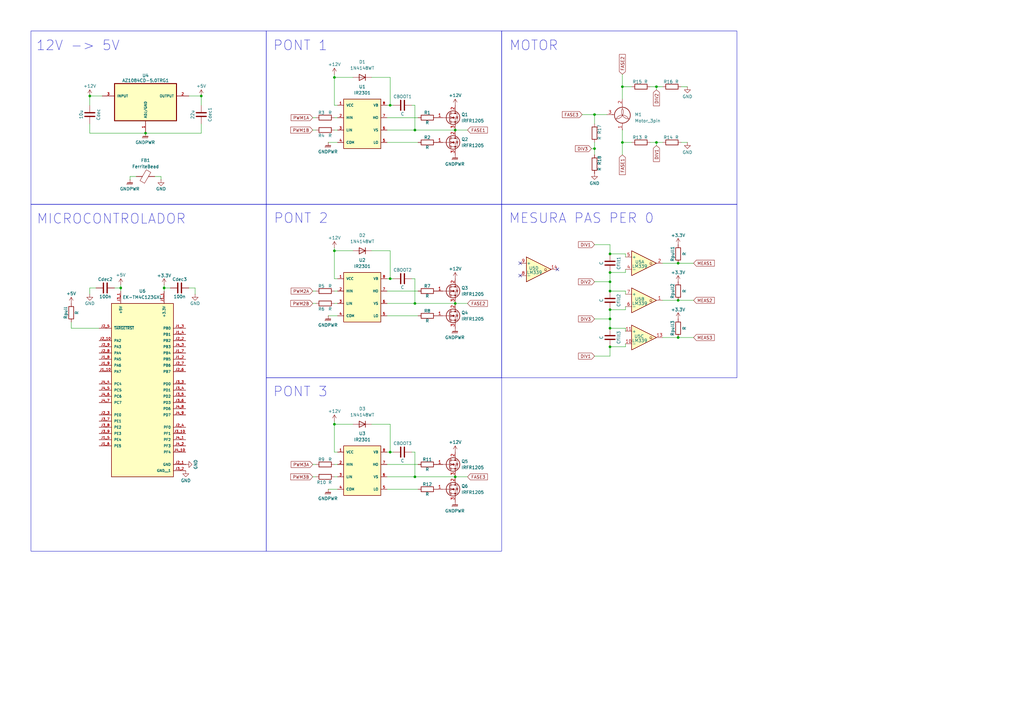
<source format=kicad_sch>
(kicad_sch (version 20250114) (generator "eeschema") (generator_version "9.0")
  (paper "A3")
  (lib_symbols
    (symbol "AZ1084CD-5.0TRG1:AZ1084CD-5.0TRG1" (pin_names (offset 1.016))
      (property "Reference" "U4" (at 0 10.16 0))
      (property "Value" "AZ1084CD-5.0TRG1" (at 0 7.62 0))
      (symbol "AZ1084CD-5.0TRG1_0_0"
        (rectangle (start -12.7 7.62) (end 12.7 -7.62) (stroke (width 0.41)) (fill (type background)))
        (pin input line (at -17.78 2.54 0) (length 5.08) (name "INPUT") (number "3"))
        (pin bidirectional line (at 0 -12.7 90) (length 5.08) (name "ADJ/GND") (number "1"))
        (pin output line (at 17.78 2.54 180) (length 5.08) (name "OUTPUT") (number "2"))
      )
    )
    (symbol "Comparator:LM339" (pin_names (offset 0.127))
      (property "Reference" "U" (at 0 5.08 0))
      (property "Value" "LM339" (at 0 -5.08 0))
      (symbol "LM339_1_1"
        (polyline (pts (xy -5.08 5.08) (xy 5.08 0) (xy -5.08 -5.08) (xy -5.08 5.08)) (stroke (width 0.254)) (fill (type background)))
        (polyline (pts (xy 3.302 -0.508) (xy 2.794 -0.508) (xy 3.302 0) (xy 2.794 0.508) (xy 2.286 0) (xy 2.794 -0.508) (xy 2.286 -0.508)) (stroke (width 0.127)))
        (pin input line (at -7.62 2.54 0) (length 2.54) (name "+") (number "5"))
        (pin input line (at -7.62 -2.54 0) (length 2.54) (name "-") (number "4"))
        (pin open_collector line (at 7.62 0 180) (length 2.54) (name "~") (number "2"))
      )
      (symbol "LM339_2_1"
        (polyline (pts (xy -5.08 5.08) (xy 5.08 0) (xy -5.08 -5.08) (xy -5.08 5.08)) (stroke (width 0.254)) (fill (type background)))
        (polyline (pts (xy 3.302 -0.508) (xy 2.794 -0.508) (xy 3.302 0) (xy 2.794 0.508) (xy 2.286 0) (xy 2.794 -0.508) (xy 2.286 -0.508)) (stroke (width 0.127)))
        (pin input line (at -7.62 2.54 0) (length 2.54) (name "+") (number "7"))
        (pin input line (at -7.62 -2.54 0) (length 2.54) (name "-") (number "6"))
        (pin open_collector line (at 7.62 0 180) (length 2.54) (name "~") (number "1"))
      )
      (symbol "LM339_3_1"
        (polyline (pts (xy -5.08 5.08) (xy 5.08 0) (xy -5.08 -5.08) (xy -5.08 5.08)) (stroke (width 0.254)) (fill (type background)))
        (polyline (pts (xy 3.302 -0.508) (xy 2.794 -0.508) (xy 3.302 0) (xy 2.794 0.508) (xy 2.286 0) (xy 2.794 -0.508) (xy 2.286 -0.508)) (stroke (width 0.127)))
        (pin input line (at -7.62 2.54 0) (length 2.54) (name "+") (number "11"))
        (pin input line (at -7.62 -2.54 0) (length 2.54) (name "-") (number "10"))
        (pin open_collector line (at 7.62 0 180) (length 2.54) (name "~") (number "13"))
      )
      (symbol "LM339_4_1"
        (polyline (pts (xy -5.08 5.08) (xy 5.08 0) (xy -5.08 -5.08) (xy -5.08 5.08)) (stroke (width 0.254)) (fill (type background)))
        (polyline (pts (xy 3.302 -0.508) (xy 2.794 -0.508) (xy 3.302 0) (xy 2.794 0.508) (xy 2.286 0) (xy 2.794 -0.508) (xy 2.286 -0.508)) (stroke (width 0.127)))
        (pin input line (at -7.62 2.54 0) (length 2.54) (name "+") (number "9"))
        (pin input line (at -7.62 -2.54 0) (length 2.54) (name "-") (number "8"))
        (pin open_collector line (at 7.62 0 180) (length 2.54) (name "~") (number "14"))
      )
      (symbol "LM339_5_1"
        (pin power_in line (at -2.54 7.62 270) (length 3.81) (name "V+") (number "3"))
        (pin power_in line (at -2.54 -7.62 90) (length 3.81) (name "V-") (number "12"))
      )
    )
    (symbol "Device:C" (pin_numbers (hide yes)) (pin_names (offset 0.254))
      (property "Reference" "C" (at 0.635 2.54 0))
      (property "Value" "C" (at 0.635 -2.54 0))
      (symbol "C_0_1"
        (polyline (pts (xy -2.032 0.762) (xy 2.032 0.762)) (stroke (width 0.508)))
        (polyline (pts (xy -2.032 -0.762) (xy 2.032 -0.762)) (stroke (width 0.508)))
      )
      (symbol "C_1_1"
        (pin passive line (at 0 3.81 270) (length 2.794) (name "~") (number "1"))
        (pin passive line (at 0 -3.81 90) (length 2.794) (name "~") (number "2"))
      )
    )
    (symbol "Device:FerriteBead" (pin_numbers (hide yes)) (pin_names (offset 0))
      (property "Reference" "FB" (at -3.81 0.635 90))
      (property "Value" "FerriteBead" (at 3.81 0 90))
      (symbol "FerriteBead_0_1"
        (polyline (pts (xy -2.7686 0.4064) (xy -1.7018 2.2606) (xy 2.7686 -0.3048) (xy 1.6764 -2.159) (xy -2.7686 0.4064)))
        (polyline (pts (xy 0 1.27) (xy 0 1.2954)))
        (polyline (pts (xy 0 -1.27) (xy 0 -1.2192)))
      )
      (symbol "FerriteBead_1_1"
        (pin passive line (at 0 3.81 270) (length 2.54) (name "~") (number "1"))
        (pin passive line (at 0 -3.81 90) (length 2.54) (name "~") (number "2"))
      )
    )
    (symbol "Device:R" (pin_numbers (hide yes)) (pin_names (offset 0))
      (property "Reference" "R" (at 2.032 0 90))
      (property "Value" "R" (at 0 0 90))
      (symbol "R_0_1"
        (rectangle (start -1.016 -2.54) (end 1.016 2.54) (stroke (width 0.254)))
      )
      (symbol "R_1_1"
        (pin passive line (at 0 3.81 270) (length 1.27) (name "~") (number "1"))
        (pin passive line (at 0 -3.81 90) (length 1.27) (name "~") (number "2"))
      )
    )
    (symbol "Diode:1N4148WT" (pin_numbers (hide yes)) (pin_names (hide yes))
      (property "Reference" "D" (at 0 2.54 0))
      (property "Value" "1N4148WT" (at 0 -2.54 0))
      (symbol "1N4148WT_0_1"
        (polyline (pts (xy -1.27 1.27) (xy -1.27 -1.27)) (stroke (width 0.254)))
        (polyline (pts (xy 1.27 1.27) (xy 1.27 -1.27) (xy -1.27 0) (xy 1.27 1.27)) (stroke (width 0.254)))
        (polyline (pts (xy 1.27 0) (xy -1.27 0)))
      )
      (symbol "1N4148WT_1_1"
        (pin passive line (at -3.81 0 0) (length 2.54) (name "K") (number "1"))
        (pin passive line (at 3.81 0 180) (length 2.54) (name "A") (number "2"))
      )
    )
    (symbol "EK-TM4C123GXL:EK-TM4C123GXL" (pin_names (offset 1.016))
      (property "Reference" "U6" (at 0 38.1 0))
      (property "Value" "EK-TM4C123GXL" (at 0 35.56 0))
      (symbol "EK-TM4C123GXL_0_0"
        (rectangle (start -12.7 -38.1) (end 12.7 33.02) (stroke (width 0.254)) (fill (type background)))
        (pin input line (at -17.78 22.86 0) (length 5.08) (name "~{TARGETRST}") (number "J2_5"))
        (pin bidirectional line (at -17.78 17.78 0) (length 5.08) (name "PA2") (number "J2_10"))
        (pin bidirectional line (at -17.78 15.24 0) (length 5.08) (name "PA3") (number "J2_9"))
        (pin bidirectional line (at -17.78 12.7 0) (length 5.08) (name "PA4") (number "J2_8"))
        (pin bidirectional line (at -17.78 10.16 0) (length 5.08) (name "PA5") (number "J1_8"))
        (pin bidirectional line (at -17.78 7.62 0) (length 5.08) (name "PA6") (number "J1_9"))
        (pin bidirectional line (at -17.78 5.08 0) (length 5.08) (name "PA7") (number "J1_10"))
        (pin bidirectional line (at -17.78 0 0) (length 5.08) (name "PC4") (number "J4_4"))
        (pin bidirectional line (at -17.78 -2.54 0) (length 5.08) (name "PC5") (number "J4_5"))
        (pin bidirectional line (at -17.78 -5.08 0) (length 5.08) (name "PC6") (number "J4_6"))
        (pin bidirectional line (at -17.78 -7.62 0) (length 5.08) (name "PC7") (number "J4_7"))
        (pin bidirectional line (at -17.78 -12.7 0) (length 5.08) (name "PE0") (number "J2_3"))
        (pin bidirectional line (at -17.78 -15.24 0) (length 5.08) (name "PE1") (number "J3_7"))
        (pin bidirectional line (at -17.78 -17.78 0) (length 5.08) (name "PE2") (number "J3_8"))
        (pin bidirectional line (at -17.78 -20.32 0) (length 5.08) (name "PE3") (number "J3_9"))
        (pin bidirectional line (at -17.78 -22.86 0) (length 5.08) (name "PE4") (number "J1_5"))
        (pin bidirectional line (at -17.78 -25.4 0) (length 5.08) (name "PE5") (number "J1_6"))
        (pin power_in line (at 8.89 38.1 270) (length 5.08) (name "+3.3V") (number "J1_1"))
        (pin bidirectional line (at 17.78 22.86 180) (length 5.08) (name "PB0") (number "J1_3"))
        (pin bidirectional line (at 17.78 20.32 180) (length 5.08) (name "PB1") (number "J1_4"))
        (pin bidirectional line (at 17.78 17.78 180) (length 5.08) (name "PB2") (number "J2_2"))
        (pin bidirectional line (at 17.78 15.24 180) (length 5.08) (name "PB3") (number "J4_3"))
        (pin bidirectional line (at 17.78 12.7 180) (length 5.08) (name "PB4") (number "J1_7"))
        (pin bidirectional line (at 17.78 10.16 180) (length 5.08) (name "PB5") (number "J1_2"))
        (pin bidirectional line (at 17.78 7.62 180) (length 5.08) (name "PB6") (number "J2_7"))
        (pin bidirectional line (at 17.78 5.08 180) (length 5.08) (name "PB7") (number "J2_6"))
        (pin bidirectional line (at 17.78 0 180) (length 5.08) (name "PD0") (number "J3_3"))
        (pin bidirectional line (at 17.78 -2.54 180) (length 5.08) (name "PD1") (number "J3_4"))
        (pin bidirectional line (at 17.78 -5.08 180) (length 5.08) (name "PD2") (number "J3_5"))
        (pin bidirectional line (at 17.78 -7.62 180) (length 5.08) (name "PD3") (number "J3_6"))
        (pin bidirectional line (at 17.78 -10.16 180) (length 5.08) (name "PD6") (number "J4_8"))
        (pin bidirectional line (at 17.78 -12.7 180) (length 5.08) (name "PD7") (number "J4_9"))
        (pin bidirectional line (at 17.78 -17.78 180) (length 5.08) (name "PF0") (number "J2_4"))
        (pin bidirectional line (at 17.78 -20.32 180) (length 5.08) (name "PF1") (number "J3_10"))
        (pin bidirectional line (at 17.78 -22.86 180) (length 5.08) (name "PF2") (number "J4_1"))
        (pin bidirectional line (at 17.78 -25.4 180) (length 5.08) (name "PF3") (number "J4_2"))
        (pin bidirectional line (at 17.78 -27.94 180) (length 5.08) (name "PF4") (number "J4_10"))
        (pin power_in line (at 17.78 -33.02 180) (length 5.08) (name "GND") (number "J2_1"))
        (pin power_in line (at 17.78 -35.56 180) (length 5.08) (name "GND__1") (number "J3_2"))
      )
      (symbol "EK-TM4C123GXL_1_0"
        (pin power_in line (at -8.89 38.1 270) (length 5.08) (name "+5V") (number "J3_1"))
      )
    )
    (symbol "IR2301:IR2301" (pin_names (offset 1.016))
      (property "Reference" "U" (at -5.08 15.24 0))
      (property "Value" "IR2301" (at -5.08 12.7 0))
      (symbol "IR2301_0_0"
        (rectangle (start -7.62 -10.16) (end 7.62 10.16) (stroke (width 0.254)) (fill (type background)))
        (pin power_in line (at -10.16 7.62 0) (length 2.54) (name "VCC") (number "1"))
        (pin input line (at -10.16 2.54 0) (length 2.54) (name "HIN") (number "2"))
        (pin input line (at -10.16 -2.54 0) (length 2.54) (name "LIN") (number "3"))
        (pin power_in line (at -10.16 -7.62 0) (length 2.54) (name "COM") (number "4"))
        (pin passive line (at 10.16 7.62 180) (length 2.54) (name "VB") (number "8"))
        (pin output line (at 10.16 2.54 180) (length 2.54) (name "HO") (number "7"))
        (pin passive line (at 10.16 -2.54 180) (length 2.54) (name "VS") (number "6"))
        (pin output line (at 10.16 -7.62 180) (length 2.54) (name "LO") (number "5"))
      )
    )
    (symbol "Motor:Fan_3pin" (pin_names (offset 0))
      (property "Reference" "M1" (at 5.08 -1.2699 0))
      (property "Value" "Fan_3pin" (at 5.08 -3.8099 0))
      (symbol "Fan_3pin_0_1"
        (polyline (pts (xy -3.302 -1.27) (xy -4.318 -1.27)))
        (arc (start 0 1.27) (mid -0.0015 -1.6352) (end -2.54 -3.048))
        (polyline (pts (xy 0 2.032) (xy 0 2.54)))
        (polyline (pts (xy 0 1.7272) (xy 0 2.0828)))
        (circle (center 0 -1.524) (radius 3.2512) (stroke (width 0.254)))
        (arc (start -2.54 -3.048) (mid 0 -1.4782) (end 2.54 -3.048))
        (polyline (pts (xy 0 -4.7752) (xy 0 -5.1816)))
        (polyline (pts (xy 0 -7.62) (xy 0 -7.112)))
        (arc (start 2.54 -3.048) (mid 0.047 -1.6085) (end 0 1.27))
      )
      (symbol "Fan_3pin_1_1"
        (pin passive line (at -6.35 -1.27 0) (length 2.54) (name "") (number "3"))
        (pin passive line (at 0 5.08 270) (length 2.54) (name "") (number "2"))
        (pin passive line (at 0 -7.62 90) (length 2.54) (name "") (number "1"))
      )
    )
    (symbol "Transistor_FET:STD7NK40Z" (pin_names (hide yes))
      (property "Reference" "Q" (at 5.08 1.905 0))
      (property "Value" "STD7NK40Z" (at 5.08 0 0))
      (symbol "STD7NK40Z_0_1"
        (polyline (pts (xy 0.254 1.905) (xy 0.254 -1.905)) (stroke (width 0.254)))
        (polyline (pts (xy 0.254 0) (xy -2.54 0)))
        (polyline (pts (xy 0.762 2.286) (xy 0.762 1.27)) (stroke (width 0.254)))
        (polyline (pts (xy 0.762 0.508) (xy 0.762 -0.508)) (stroke (width 0.254)))
        (polyline (pts (xy 0.762 -1.27) (xy 0.762 -2.286)) (stroke (width 0.254)))
        (polyline (pts (xy 0.762 -1.778) (xy 3.302 -1.778) (xy 3.302 1.778) (xy 0.762 1.778)))
        (polyline (pts (xy 1.016 0) (xy 2.032 0.381) (xy 2.032 -0.381) (xy 1.016 0)) (fill (type outline)))
        (circle (center 1.651 0) (radius 2.794) (stroke (width 0.254)))
        (polyline (pts (xy 2.54 2.54) (xy 2.54 1.778)))
        (circle (center 2.54 1.778) (radius 0.254) (fill (type outline)))
        (circle (center 2.54 -1.778) (radius 0.254) (fill (type outline)))
        (polyline (pts (xy 2.54 -2.54) (xy 2.54 0) (xy 0.762 0)))
        (polyline (pts (xy 2.794 0.508) (xy 2.921 0.381) (xy 3.683 0.381) (xy 3.81 0.254)))
        (polyline (pts (xy 3.302 0.381) (xy 2.921 -0.254) (xy 3.683 -0.254) (xy 3.302 0.381)))
      )
      (symbol "STD7NK40Z_1_1"
        (pin passive line (at -5.08 0 0) (length 2.54) (name "G") (number "1"))
        (pin passive line (at 2.54 5.08 270) (length 2.54) (name "D") (number "2"))
        (pin passive line (at 2.54 -5.08 90) (length 2.54) (name "S") (number "3"))
      )
    )
    (symbol "power:+12V" (power) (pin_numbers (hide yes)) (pin_names (offset 0) (hide yes))
      (property "Value" "+12V" (at 0 3.556 0))
      (symbol "+12V_0_1"
        (polyline (pts (xy -0.762 1.27) (xy 0 2.54)))
        (polyline (pts (xy 0 2.54) (xy 0.762 1.27)))
        (polyline (pts (xy 0 0) (xy 0 2.54)))
      )
      (symbol "+12V_1_1"
        (pin power_in line (at 0 0 90) (length 0) (name "~") (number "1"))
      )
    )
    (symbol "power:+3.3V" (power) (pin_numbers (hide yes)) (pin_names (offset 0) (hide yes))
      (property "Value" "+3.3V" (at 0 3.556 0))
      (symbol "+3.3V_0_1"
        (polyline (pts (xy -0.762 1.27) (xy 0 2.54)))
        (polyline (pts (xy 0 2.54) (xy 0.762 1.27)))
        (polyline (pts (xy 0 0) (xy 0 2.54)))
      )
      (symbol "+3.3V_1_1"
        (pin power_in line (at 0 0 90) (length 0) (name "~") (number "1"))
      )
    )
    (symbol "power:+5V" (power) (pin_numbers (hide yes)) (pin_names (offset 0) (hide yes))
      (property "Value" "+5V" (at 0 3.556 0))
      (symbol "+5V_0_1"
        (polyline (pts (xy -0.762 1.27) (xy 0 2.54)))
        (polyline (pts (xy 0 2.54) (xy 0.762 1.27)))
        (polyline (pts (xy 0 0) (xy 0 2.54)))
      )
      (symbol "+5V_1_1"
        (pin power_in line (at 0 0 90) (length 0) (name "~") (number "1"))
      )
    )
    (symbol "power:GND" (power) (pin_numbers (hide yes)) (pin_names (offset 0) (hide yes))
      (property "Value" "GND" (at 0 -3.81 0))
      (symbol "GND_0_1"
        (polyline (pts (xy 0 0) (xy 0 -1.27) (xy 1.27 -1.27) (xy 0 -2.54) (xy -1.27 -1.27) (xy 0 -1.27)))
      )
      (symbol "GND_1_1"
        (pin power_in line (at 0 0 270) (length 0) (name "~") (number "1"))
      )
    )
    (symbol "power:GNDPWR" (power) (pin_numbers (hide yes)) (pin_names (offset 0) (hide yes))
      (property "Value" "GNDPWR" (at 0 -3.302 0))
      (symbol "GNDPWR_0_1"
        (polyline (pts (xy -1.016 -1.27) (xy -1.27 -2.032) (xy -1.27 -2.032)) (stroke (width 0.2032)))
        (polyline (pts (xy -0.508 -1.27) (xy -0.762 -2.032) (xy -0.762 -2.032)) (stroke (width 0.2032)))
        (polyline (pts (xy 0 -1.27) (xy 0 0)))
        (polyline (pts (xy 0 -1.27) (xy -0.254 -2.032) (xy -0.254 -2.032)) (stroke (width 0.2032)))
        (polyline (pts (xy 0.508 -1.27) (xy 0.254 -2.032) (xy 0.254 -2.032)) (stroke (width 0.2032)))
        (polyline (pts (xy 1.016 -1.27) (xy -1.016 -1.27) (xy -1.016 -1.27)) (stroke (width 0.2032)))
        (polyline (pts (xy 1.016 -1.27) (xy 0.762 -2.032) (xy 0.762 -2.032) (xy 0.762 -2.032)) (stroke (width 0.2032)))
      )
      (symbol "GNDPWR_1_1"
        (pin power_in line (at 0 0 270) (length 0) (name "~") (number "1"))
      )
    )
  )
  (rectangle (start 205.74 83.82) (end 302.26 154.94))
  (rectangle (start 109.22 83.82) (end 205.74 154.94))
  (rectangle (start 12.7 12.7) (end 109.22 83.82))
  (rectangle (start 109.22 12.7) (end 205.74 83.82))
  (rectangle (start 109.22 154.94) (end 205.74 226.06))
  (rectangle (start 12.7 83.82) (end 109.22 226.06))
  (rectangle (start 205.74 12.7) (end 302.26 83.82))
  (text "PONT 1" (at 123.19 18.796 0) (effects (font (size 4 4))))
  (text "12V -> 5V" (at 32.004 18.796 0) (effects (font (size 4 4))))
  (text "MOTOR" (at 218.948 18.796 0) (effects (font (size 4 4))))
  (text "PONT 3" (at 123.19 160.782 0) (effects (font (size 4 4))))
  (text "MESURA PAS PER 0" (at 238.506 89.662 0) (effects (font (size 4 4))))
  (text "PONT 2" (at 123.444 89.662 0) (effects (font (size 4 4))))
  (text "MICROCONTROLADOR" (at 14.986 89.916 0) (effects (font (size 4 4)) (justify left)))
  (junction (at 255.27 58.42))
  (junction (at 250.19 142.24))
  (junction (at 250.19 111.76))
  (junction (at 186.69 53.34))
  (junction (at 67.31 118.11))
  (junction (at 243.84 46.99))
  (junction (at 59.69 54.61))
  (junction (at 170.18 53.34))
  (junction (at 137.16 173.99))
  (junction (at 255.27 35.56))
  (junction (at 269.24 58.42))
  (junction (at 278.13 138.43))
  (junction (at 250.19 104.14))
  (junction (at 82.55 39.37))
  (junction (at 243.84 60.96))
  (junction (at 170.18 195.58))
  (junction (at 160.02 114.3))
  (junction (at 170.18 124.46))
  (junction (at 250.19 127))
  (junction (at 186.69 124.46))
  (junction (at 278.13 123.19))
  (junction (at 160.02 43.18))
  (junction (at 36.83 39.37))
  (junction (at 137.16 31.75))
  (junction (at 250.19 119.38))
  (junction (at 269.24 35.56))
  (junction (at 250.19 115.57))
  (junction (at 137.16 102.87))
  (junction (at 278.13 107.95))
  (junction (at 250.19 134.62))
  (junction (at 186.69 195.58))
  (junction (at 49.53 118.11))
  (junction (at 250.19 130.81))
  (junction (at 160.02 185.42))
  (no_connect (at 213.36 113.03))
  (no_connect (at 213.36 107.95))
  (no_connect (at 228.6 110.49))
  (wire (pts (xy 255.27 35.56) (xy 255.27 40.64)))
  (wire (pts (xy 40.64 134.62) (xy 29.21 134.62)))
  (wire (pts (xy 39.37 118.11) (xy 36.83 118.11)))
  (wire (pts (xy 269.24 35.56) (xy 271.78 35.56)))
  (wire (pts (xy 137.16 124.46) (xy 138.43 124.46)))
  (wire (pts (xy 255.27 58.42) (xy 255.27 63.5)))
  (wire (pts (xy 160.02 102.87) (xy 160.02 114.3)))
  (wire (pts (xy 137.16 43.18) (xy 138.43 43.18)))
  (wire (pts (xy 160.02 114.3) (xy 158.75 114.3)))
  (wire (pts (xy 158.75 58.42) (xy 171.45 58.42)))
  (wire (pts (xy 160.02 185.42) (xy 158.75 185.42)))
  (wire (pts (xy 278.13 138.43) (xy 284.48 138.43)))
  (wire (pts (xy 170.18 43.18) (xy 168.91 43.18)))
  (wire (pts (xy 250.19 127) (xy 250.19 130.81)))
  (wire (pts (xy 256.54 119.38) (xy 256.54 120.65)))
  (wire (pts (xy 250.19 111.76) (xy 250.19 115.57)))
  (wire (pts (xy 137.16 172.72) (xy 137.16 173.99)))
  (wire (pts (xy 269.24 58.42) (xy 271.78 58.42)))
  (wire (pts (xy 278.13 123.19) (xy 284.48 123.19)))
  (wire (pts (xy 161.29 114.3) (xy 160.02 114.3)))
  (wire (pts (xy 250.19 119.38) (xy 256.54 119.38)))
  (wire (pts (xy 137.16 195.58) (xy 138.43 195.58)))
  (wire (pts (xy 170.18 53.34) (xy 186.69 53.34)))
  (wire (pts (xy 80.01 118.11) (xy 77.47 118.11)))
  (wire (pts (xy 152.4 102.87) (xy 160.02 102.87)))
  (wire (pts (xy 128.27 119.38) (xy 129.54 119.38)))
  (wire (pts (xy 137.16 31.75) (xy 144.78 31.75)))
  (wire (pts (xy 36.83 50.8) (xy 36.83 54.61)))
  (wire (pts (xy 243.84 58.42) (xy 243.84 60.96)))
  (wire (pts (xy 255.27 35.56) (xy 259.08 35.56)))
  (wire (pts (xy 137.16 114.3) (xy 138.43 114.3)))
  (wire (pts (xy 134.62 58.42) (xy 138.43 58.42)))
  (wire (pts (xy 256.54 134.62) (xy 256.54 135.89)))
  (wire (pts (xy 170.18 185.42) (xy 170.18 195.58)))
  (wire (pts (xy 250.19 115.57) (xy 250.19 119.38)))
  (wire (pts (xy 256.54 111.76) (xy 256.54 110.49)))
  (wire (pts (xy 158.75 48.26) (xy 171.45 48.26)))
  (wire (pts (xy 67.31 116.84) (xy 67.31 118.11)))
  (wire (pts (xy 158.75 190.5) (xy 171.45 190.5)))
  (wire (pts (xy 250.19 104.14) (xy 256.54 104.14)))
  (wire (pts (xy 242.57 60.96) (xy 243.84 60.96)))
  (wire (pts (xy 161.29 43.18) (xy 160.02 43.18)))
  (wire (pts (xy 170.18 124.46) (xy 186.69 124.46)))
  (wire (pts (xy 134.62 200.66) (xy 138.43 200.66)))
  (wire (pts (xy 152.4 31.75) (xy 160.02 31.75)))
  (wire (pts (xy 243.84 115.57) (xy 250.19 115.57)))
  (wire (pts (xy 137.16 173.99) (xy 137.16 185.42)))
  (wire (pts (xy 269.24 58.42) (xy 269.24 59.69)))
  (wire (pts (xy 137.16 190.5) (xy 138.43 190.5)))
  (wire (pts (xy 152.4 173.99) (xy 160.02 173.99)))
  (wire (pts (xy 271.78 138.43) (xy 278.13 138.43)))
  (wire (pts (xy 255.27 58.42) (xy 259.08 58.42)))
  (wire (pts (xy 80.01 120.65) (xy 80.01 118.11)))
  (wire (pts (xy 67.31 118.11) (xy 67.31 119.38)))
  (wire (pts (xy 137.16 53.34) (xy 138.43 53.34)))
  (wire (pts (xy 243.84 130.81) (xy 250.19 130.81)))
  (wire (pts (xy 271.78 123.19) (xy 278.13 123.19)))
  (wire (pts (xy 250.19 146.05) (xy 250.19 142.24)))
  (wire (pts (xy 128.27 48.26) (xy 129.54 48.26)))
  (wire (pts (xy 53.34 72.39) (xy 53.34 73.66)))
  (wire (pts (xy 161.29 185.42) (xy 160.02 185.42)))
  (wire (pts (xy 243.84 100.33) (xy 250.19 100.33)))
  (wire (pts (xy 128.27 124.46) (xy 129.54 124.46)))
  (wire (pts (xy 77.47 39.37) (xy 82.55 39.37)))
  (wire (pts (xy 243.84 146.05) (xy 250.19 146.05)))
  (wire (pts (xy 281.94 58.42) (xy 279.4 58.42)))
  (wire (pts (xy 49.53 116.84) (xy 49.53 118.11)))
  (wire (pts (xy 137.16 119.38) (xy 138.43 119.38)))
  (wire (pts (xy 128.27 53.34) (xy 129.54 53.34)))
  (wire (pts (xy 82.55 54.61) (xy 59.69 54.61)))
  (wire (pts (xy 137.16 102.87) (xy 137.16 114.3)))
  (wire (pts (xy 279.4 35.56) (xy 281.94 35.56)))
  (wire (pts (xy 128.27 195.58) (xy 129.54 195.58)))
  (wire (pts (xy 158.75 129.54) (xy 171.45 129.54)))
  (wire (pts (xy 36.83 54.61) (xy 59.69 54.61)))
  (wire (pts (xy 269.24 36.83) (xy 269.24 35.56)))
  (wire (pts (xy 255.27 30.48) (xy 255.27 35.56)))
  (wire (pts (xy 278.13 107.95) (xy 284.48 107.95)))
  (wire (pts (xy 69.85 118.11) (xy 67.31 118.11)))
  (wire (pts (xy 170.18 43.18) (xy 170.18 53.34)))
  (wire (pts (xy 160.02 31.75) (xy 160.02 43.18)))
  (wire (pts (xy 160.02 43.18) (xy 158.75 43.18)))
  (wire (pts (xy 128.27 190.5) (xy 129.54 190.5)))
  (wire (pts (xy 170.18 195.58) (xy 186.69 195.58)))
  (wire (pts (xy 256.54 142.24) (xy 256.54 140.97)))
  (wire (pts (xy 243.84 46.99) (xy 243.84 50.8)))
  (wire (pts (xy 134.62 129.54) (xy 138.43 129.54)))
  (wire (pts (xy 66.04 72.39) (xy 63.5 72.39)))
  (wire (pts (xy 255.27 53.34) (xy 255.27 58.42)))
  (wire (pts (xy 266.7 35.56) (xy 269.24 35.56)))
  (wire (pts (xy 137.16 31.75) (xy 137.16 43.18)))
  (wire (pts (xy 55.88 72.39) (xy 53.34 72.39)))
  (wire (pts (xy 250.19 134.62) (xy 256.54 134.62)))
  (wire (pts (xy 243.84 46.99) (xy 248.92 46.99)))
  (wire (pts (xy 186.69 195.58) (xy 191.77 195.58)))
  (wire (pts (xy 250.19 100.33) (xy 250.19 104.14)))
  (wire (pts (xy 250.19 130.81) (xy 250.19 134.62)))
  (wire (pts (xy 137.16 30.48) (xy 137.16 31.75)))
  (wire (pts (xy 266.7 58.42) (xy 269.24 58.42)))
  (wire (pts (xy 137.16 48.26) (xy 138.43 48.26)))
  (wire (pts (xy 170.18 114.3) (xy 168.91 114.3)))
  (wire (pts (xy 41.91 39.37) (xy 36.83 39.37)))
  (wire (pts (xy 137.16 102.87) (xy 144.78 102.87)))
  (wire (pts (xy 158.75 200.66) (xy 171.45 200.66)))
  (wire (pts (xy 158.75 119.38) (xy 171.45 119.38)))
  (wire (pts (xy 186.69 53.34) (xy 191.77 53.34)))
  (wire (pts (xy 238.76 46.99) (xy 243.84 46.99)))
  (wire (pts (xy 250.19 127) (xy 256.54 127)))
  (wire (pts (xy 256.54 104.14) (xy 256.54 105.41)))
  (wire (pts (xy 137.16 185.42) (xy 138.43 185.42)))
  (wire (pts (xy 82.55 50.8) (xy 82.55 54.61)))
  (wire (pts (xy 46.99 118.11) (xy 49.53 118.11)))
  (wire (pts (xy 186.69 124.46) (xy 191.77 124.46)))
  (wire (pts (xy 256.54 127) (xy 256.54 125.73)))
  (wire (pts (xy 137.16 101.6) (xy 137.16 102.87)))
  (wire (pts (xy 271.78 107.95) (xy 278.13 107.95)))
  (wire (pts (xy 160.02 173.99) (xy 160.02 185.42)))
  (wire (pts (xy 66.04 73.66) (xy 66.04 72.39)))
  (wire (pts (xy 170.18 185.42) (xy 168.91 185.42)))
  (wire (pts (xy 36.83 118.11) (xy 36.83 120.65)))
  (wire (pts (xy 170.18 114.3) (xy 170.18 124.46)))
  (wire (pts (xy 29.21 134.62) (xy 29.21 132.08)))
  (wire (pts (xy 158.75 124.46) (xy 170.18 124.46)))
  (wire (pts (xy 250.19 111.76) (xy 256.54 111.76)))
  (wire (pts (xy 243.84 60.96) (xy 243.84 63.5)))
  (wire (pts (xy 158.75 53.34) (xy 170.18 53.34)))
  (wire (pts (xy 158.75 195.58) (xy 170.18 195.58)))
  (wire (pts (xy 137.16 173.99) (xy 144.78 173.99)))
  (wire (pts (xy 82.55 39.37) (xy 82.55 43.18)))
  (wire (pts (xy 49.53 118.11) (xy 49.53 119.38)))
  (wire (pts (xy 36.83 39.37) (xy 36.83 43.18)))
  (wire (pts (xy 250.19 142.24) (xy 256.54 142.24)))
  (global_label "MEAS2" (shape input) (at 284.48 123.19 0) (property "Intersheetrefs" "${INTERSHEET_REFS}" (effects (hide yes))))
  (global_label "DIV2" (shape input) (at 269.24 36.83 270) (property "Intersheetrefs" "${INTERSHEET_REFS}" (effects (hide yes))))
  (global_label "PWM3A" (shape input) (at 128.27 190.5 180) (property "Intersheetrefs" "${INTERSHEET_REFS}" (effects (hide yes))))
  (global_label "FASE3" (shape input) (at 191.77 195.58 0) (property "Intersheetrefs" "${INTERSHEET_REFS}" (effects (hide yes))))
  (global_label "MEAS3" (shape input) (at 284.48 138.43 0) (property "Intersheetrefs" "${INTERSHEET_REFS}" (effects (hide yes))))
  (global_label "PWM1B" (shape input) (at 128.27 53.34 180) (property "Intersheetrefs" "${INTERSHEET_REFS}" (effects (hide yes))))
  (global_label "FASE2" (shape input) (at 191.77 124.46 0) (property "Intersheetrefs" "${INTERSHEET_REFS}" (effects (hide yes))))
  (global_label "FASE3" (shape input) (at 238.76 46.99 180) (property "Intersheetrefs" "${INTERSHEET_REFS}" (effects (hide yes))))
  (global_label "DIV3" (shape input) (at 242.57 60.96 180) (property "Intersheetrefs" "${INTERSHEET_REFS}" (effects (hide yes))))
  (global_label "DIV1" (shape input) (at 243.84 100.33 180) (property "Intersheetrefs" "${INTERSHEET_REFS}" (effects (hide yes))))
  (global_label "FASE1" (shape input) (at 191.77 53.34 0) (property "Intersheetrefs" "${INTERSHEET_REFS}" (effects (hide yes))))
  (global_label "PWM1A" (shape input) (at 128.27 48.26 180) (property "Intersheetrefs" "${INTERSHEET_REFS}" (effects (hide yes))))
  (global_label "DIV1" (shape input) (at 269.24 59.69 270) (property "Intersheetrefs" "${INTERSHEET_REFS}" (effects (hide yes))))
  (global_label "PWM3B" (shape input) (at 128.27 195.58 180) (property "Intersheetrefs" "${INTERSHEET_REFS}" (effects (hide yes))))
  (global_label "DIV3" (shape input) (at 243.84 130.81 180) (property "Intersheetrefs" "${INTERSHEET_REFS}" (effects (hide yes))))
  (global_label "MEAS1" (shape input) (at 284.48 107.95 0) (property "Intersheetrefs" "${INTERSHEET_REFS}" (effects (hide yes))))
  (global_label "DIV2" (shape input) (at 243.84 115.57 180) (property "Intersheetrefs" "${INTERSHEET_REFS}" (effects (hide yes))))
  (global_label "PWM2A" (shape input) (at 128.27 119.38 180) (property "Intersheetrefs" "${INTERSHEET_REFS}" (effects (hide yes))))
  (global_label "DIV1" (shape input) (at 243.84 146.05 180) (property "Intersheetrefs" "${INTERSHEET_REFS}" (effects (hide yes))))
  (global_label "PWM2B" (shape input) (at 128.27 124.46 180) (property "Intersheetrefs" "${INTERSHEET_REFS}" (effects (hide yes))))
  (global_label "FASE1" (shape input) (at 255.27 63.5 270) (property "Intersheetrefs" "${INTERSHEET_REFS}" (effects (hide yes))))
  (global_label "FASE2" (shape input) (at 255.27 30.48 90) (property "Intersheetrefs" "${INTERSHEET_REFS}" (effects (hide yes))))
  (symbol (lib_id "Transistor_FET:STD7NK40Z") (at 184.15 119.38 0) (unit 1)
    (property "Reference" "Q3" (at 189.23 118.11 0) (effects (justify left)))
    (property "Value" "IRFR1205" (at 189.23 120.65 0) (effects (justify left)))
    (property "Footprint" "Package_TO_SOT_SMD:TO-252-2" (effects (hide yes)))
    (property "Datasheet" "https://www.st.com/resource/en/datasheet/std7nk40zt4.pdf" (effects (hide yes)))
    (property "Description" "5.4A Id, 400V Vds, N-Channel MOSFET, 1Ohm Ron, DPAK" (effects (hide yes)))
  )
  (symbol (lib_id "power:GND") (at 281.94 58.42 0) (unit 1)
    (property "Reference" "#PWR017" (effects (hide yes)))
    (property "Value" "GND" (at 281.94 62.484 0))
    (property "Description" "Power symbol creates a global label with name \"GND\" , ground" (effects (hide yes)))
  )
  (symbol (lib_id "power:GND") (at 76.2 190.5 90) (unit 1)
    (property "Reference" "#PWR023" (effects (hide yes)))
    (property "Value" "GND" (at 80.264 190.5 0))
    (property "Description" "Power symbol creates a global label with name \"GND\" , ground" (effects (hide yes)))
  )
  (symbol (lib_id "IR2301:IR2301") (at 148.59 50.8 0) (unit 1)
    (property "Reference" "U1" (at 148.59 35.56 0))
    (property "Value" "IR2301" (at 148.59 38.1 0))
    (property "MF" "Infineon Technologies" (effects (hide yes)))
    (property "Description_1" "High-Side or Low-Side Gate Driver IC Non-Inverting 8-PDIP" (effects (hide yes)))
    (property "Package" "DIP-8 Infineon Technologies" (effects (hide yes)))
    (property "Price" "None" (effects (hide yes)))
    (property "SnapEDA_Link" "https://www.snapeda.com/parts/IR2301/Infineon/view-part/?ref=snap" (effects (hide yes)))
    (property "MP" "IR2301" (effects (hide yes)))
    (property "Availability" "In Stock" (effects (hide yes)))
    (property "Check_prices" "https://www.snapeda.com/parts/IR2301/Infineon/view-part/?ref=eda" (effects (hide yes)))
  )
  (symbol (lib_id "Comparator:LM339") (at 264.16 123.19 0) (unit 2)
    (property "Reference" "U5" (at 262.382 122.682 0))
    (property "Value" "LM339" (at 262.382 124.46 0))
    (property "Datasheet" "https://www.st.com/resource/en/datasheet/lm139.pdf" (effects (hide yes)))
    (property "Description" "Quad Differential Comparators, SOIC-14/TSSOP-14" (effects (hide yes)))
  )
  (symbol (lib_id "power:+3.3V") (at 278.13 100.33 0) (unit 1)
    (property "Reference" "#PWR019" (effects (hide yes)))
    (property "Value" "+3.3V" (at 278.13 96.52 0))
    (property "Description" "Power symbol creates a global label with name \"+3.3V\"" (effects (hide yes)))
  )
  (symbol (lib_id "Transistor_FET:STD7NK40Z") (at 184.15 58.42 0) (unit 1)
    (property "Reference" "Q2" (at 189.23 57.15 0) (effects (justify left)))
    (property "Value" "IRFR1205" (at 189.23 59.69 0) (effects (justify left)))
    (property "Footprint" "Package_TO_SOT_SMD:TO-252-2" (effects (hide yes)))
    (property "Datasheet" "https://www.st.com/resource/en/datasheet/std7nk40zt4.pdf" (effects (hide yes)))
    (property "Description" "5.4A Id, 400V Vds, N-Channel MOSFET, 1Ohm Ron, DPAK" (effects (hide yes)))
  )
  (symbol (lib_id "Device:C") (at 43.18 118.11 90) (unit 1)
    (property "Reference" "Cdec2" (at 43.18 114.554 90))
    (property "Value" "100n" (at 43.18 121.666 90))
    (property "Description" "Unpolarized capacitor" (effects (hide yes)))
  )
  (symbol (lib_id "Device:R") (at 175.26 129.54 90) (unit 1)
    (property "Reference" "R8" (at 175.26 127.508 90))
    (property "Value" "R" (at 175.26 131.572 90))
    (property "Description" "Resistor" (effects (hide yes)))
  )
  (symbol (lib_id "Device:R") (at 278.13 119.38 180) (unit 1)
    (property "Reference" "Rpull2" (at 275.844 119.38 90))
    (property "Value" "R" (at 280.67 119.38 90))
    (property "Description" "Resistor" (effects (hide yes)))
  )
  (symbol (lib_id "power:GND") (at 243.84 71.12 0) (unit 1)
    (property "Reference" "#PWR016" (effects (hide yes)))
    (property "Value" "GND" (at 243.84 75.184 0))
    (property "Description" "Power symbol creates a global label with name \"GND\" , ground" (effects (hide yes)))
  )
  (symbol (lib_id "power:GNDPWR") (at 186.69 63.5 0) (unit 1)
    (property "Reference" "#PWR04" (effects (hide yes)))
    (property "Value" "GNDPWR" (at 186.563 67.31 0))
    (property "Description" "Power symbol creates a global label with name \"GNDPWR\" , global ground" (effects (hide yes)))
  )
  (symbol (lib_id "Device:R") (at 243.84 54.61 0) (unit 1)
    (property "Reference" "R17" (at 245.872 53.086 90))
    (property "Value" "R" (at 245.872 56.642 90))
    (property "Description" "Resistor" (effects (hide yes)))
  )
  (symbol (lib_id "power:+12V") (at 137.16 101.6 0) (unit 1)
    (property "Reference" "#PWR06" (effects (hide yes)))
    (property "Value" "+12V" (at 137.16 97.536 0))
    (property "Description" "Power symbol creates a global label with name \"+12V\"" (effects (hide yes)))
  )
  (symbol (lib_id "Diode:1N4148WT") (at 148.59 102.87 180) (unit 1)
    (property "Reference" "D2" (at 148.59 96.52 0))
    (property "Value" "1N4148WT" (at 148.59 99.06 0))
    (property "Footprint" "Diode_SMD:D_SOD-523" (effects (hide yes)))
    (property "Datasheet" "https://www.diodes.com/assets/Datasheets/ds30396.pdf" (effects (hide yes)))
    (property "Description" "75V 0.15A Fast switching Diode, SOD-523" (effects (hide yes)))
    (property "Sim.Device" "D" (effects (hide yes)))
    (property "Sim.Pins" "1=K 2=A" (effects (hide yes)))
  )
  (symbol (lib_id "Device:R") (at 175.26 58.42 90) (unit 1)
    (property "Reference" "R2" (at 175.26 56.388 90))
    (property "Value" "R" (at 175.26 60.452 90))
    (property "Description" "Resistor" (effects (hide yes)))
  )
  (symbol (lib_id "Device:R") (at 133.35 124.46 90) (unit 1)
    (property "Reference" "R6" (at 131.826 126.746 90))
    (property "Value" "R" (at 135.382 126.746 90))
    (property "Description" "Resistor" (effects (hide yes)))
  )
  (symbol (lib_id "Device:C") (at 250.19 107.95 0) (unit 1)
    (property "Reference" "Cfilt1" (at 253.746 107.95 90))
    (property "Value" "C" (at 246.634 107.95 90))
    (property "Description" "Unpolarized capacitor" (effects (hide yes)))
  )
  (symbol (lib_id "Device:C") (at 165.1 43.18 90) (unit 1)
    (property "Reference" "CBOOT1" (at 165.1 39.624 90))
    (property "Value" "C" (at 165.1 46.736 90))
    (property "Description" "Unpolarized capacitor" (effects (hide yes)))
  )
  (symbol (lib_id "Device:R") (at 133.35 195.58 90) (unit 1)
    (property "Reference" "R10" (at 131.826 197.866 90))
    (property "Value" "R" (at 135.382 197.866 90))
    (property "Description" "Resistor" (effects (hide yes)))
  )
  (symbol (lib_id "Device:R") (at 133.35 190.5 90) (unit 1)
    (property "Reference" "R9" (at 131.826 188.468 90))
    (property "Value" "R" (at 135.382 188.468 90))
    (property "Description" "Resistor" (effects (hide yes)))
  )
  (symbol (lib_id "Device:C") (at 36.83 46.99 0) (unit 1)
    (property "Reference" "Cdec" (at 40.386 46.99 90))
    (property "Value" "10u" (at 33.274 46.99 90))
    (property "Description" "Unpolarized capacitor" (effects (hide yes)))
  )
  (symbol (lib_id "EK-TM4C123GXL:EK-TM4C123GXL") (at 58.42 157.48 0) (unit 1)
    (property "Reference" "U6" (at 58.42 119.38 0))
    (property "Value" "EK-TM4C123GXL" (at 58.42 121.92 0))
    (property "Footprint" "EK-TM4C123GXL:MODULE_EK-TM4C123GXL" (effects (hide yes)))
    (property "MF" "Texas Instruments" (effects (hide yes)))
    (property "Description_1" "ARM® Cortex®-M4F Based MCU TM4C123G LaunchPad™ Evaluation Kit" (effects (hide yes)))
    (property "Package" "None" (effects (hide yes)))
    (property "Price" "None" (effects (hide yes)))
    (property "Check_prices" "https://www.snapeda.com/parts/EK-TM4C123GXL/Texas+Instruments/view-part/?ref=eda" (effects (hide yes)))
    (property "MAXIMUM_PACKAGE_HIEGHT" "N/A" (effects (hide yes)))
    (property "STANDARD" "Manufacturer Recommendations" (effects (hide yes)))
    (property "PARTREV" "April 2013" (effects (hide yes)))
    (property "SnapEDA_Link" "https://www.snapeda.com/parts/EK-TM4C123GXL/Texas+Instruments/view-part/?ref=snap" (effects (hide yes)))
    (property "MP" "EK-TM4C123GXL" (effects (hide yes)))
    (property "Availability" "In Stock" (effects (hide yes)))
    (property "MANUFACTURER" "Texas Instruments" (effects (hide yes)))
  )
  (symbol (lib_id "Device:R") (at 275.59 58.42 90) (unit 1)
    (property "Reference" "R14" (at 274.066 56.388 90))
    (property "Value" "R" (at 277.622 56.388 90))
    (property "Description" "Resistor" (effects (hide yes)))
  )
  (symbol (lib_id "Device:R") (at 262.89 35.56 90) (unit 1)
    (property "Reference" "R15" (at 261.366 33.528 90))
    (property "Value" "R" (at 264.922 33.528 90))
    (property "Description" "Resistor" (effects (hide yes)))
  )
  (symbol (lib_id "power:+12V") (at 186.69 114.3 0) (unit 1)
    (property "Reference" "#PWR07" (effects (hide yes)))
    (property "Value" "+12V" (at 186.69 110.236 0))
    (property "Description" "Power symbol creates a global label with name \"+12V\"" (effects (hide yes)))
  )
  (symbol (lib_id "Device:C") (at 73.66 118.11 90) (unit 1)
    (property "Reference" "Cdec3" (at 73.66 114.554 90))
    (property "Value" "100n" (at 73.66 121.666 90))
    (property "Description" "Unpolarized capacitor" (effects (hide yes)))
  )
  (symbol (lib_id "Device:R") (at 262.89 58.42 90) (unit 1)
    (property "Reference" "R13" (at 261.366 56.388 90))
    (property "Value" "R" (at 264.922 56.388 90))
    (property "Description" "Resistor" (effects (hide yes)))
  )
  (symbol (lib_id "Device:R") (at 133.35 119.38 90) (unit 1)
    (property "Reference" "R5" (at 131.826 117.348 90))
    (property "Value" "R" (at 135.382 117.348 90))
    (property "Description" "Resistor" (effects (hide yes)))
  )
  (symbol (lib_id "Device:R") (at 175.26 119.38 90) (unit 1)
    (property "Reference" "R7" (at 175.26 117.348 90))
    (property "Value" "R" (at 175.26 121.412 90))
    (property "Description" "Resistor" (effects (hide yes)))
  )
  (symbol (lib_id "Device:R") (at 133.35 48.26 90) (unit 1)
    (property "Reference" "R3" (at 131.826 46.228 90))
    (property "Value" "R" (at 135.382 46.228 90))
    (property "Description" "Resistor" (effects (hide yes)))
  )
  (symbol (lib_id "power:GND") (at 76.2 193.04 0) (unit 1)
    (property "Reference" "#PWR022" (effects (hide yes)))
    (property "Value" "GND" (at 76.2 197.104 0))
    (property "Description" "Power symbol creates a global label with name \"GND\" , ground" (effects (hide yes)))
  )
  (symbol (lib_id "Device:R") (at 29.21 128.27 180) (unit 1)
    (property "Reference" "Rpull" (at 26.924 128.27 90))
    (property "Value" "R" (at 31.496 128.27 90))
    (property "Description" "Resistor" (effects (hide yes)))
  )
  (symbol (lib_id "Motor:Fan_3pin") (at 255.27 45.72 0) (unit 1)
    (property "Reference" "M1" (at 260.35 46.9899 0) (effects (justify left)))
    (property "Value" "Motor_3pin" (at 260.35 49.5299 0) (effects (justify left)))
  )
  (symbol (lib_id "Transistor_FET:STD7NK40Z") (at 184.15 200.66 0) (unit 1)
    (property "Reference" "Q6" (at 189.23 199.39 0) (effects (justify left)))
    (property "Value" "IRFR1205" (at 189.23 201.93 0) (effects (justify left)))
    (property "Footprint" "Package_TO_SOT_SMD:TO-252-2" (effects (hide yes)))
    (property "Datasheet" "https://www.st.com/resource/en/datasheet/std7nk40zt4.pdf" (effects (hide yes)))
    (property "Description" "5.4A Id, 400V Vds, N-Channel MOSFET, 1Ohm Ron, DPAK" (effects (hide yes)))
  )
  (symbol (lib_id "power:GNDPWR") (at 59.69 54.61 0) (unit 1)
    (property "Reference" "#PWR013" (effects (hide yes)))
    (property "Value" "GNDPWR" (at 59.563 58.42 0))
    (property "Description" "Power symbol creates a global label with name \"GNDPWR\" , global ground" (effects (hide yes)))
  )
  (symbol (lib_id "Device:C") (at 250.19 123.19 0) (unit 1)
    (property "Reference" "Cfilt2" (at 253.746 123.19 90))
    (property "Value" "C" (at 246.634 123.19 90))
    (property "Description" "Unpolarized capacitor" (effects (hide yes)))
  )
  (symbol (lib_id "power:+3.3V") (at 278.13 130.81 0) (unit 1)
    (property "Reference" "#PWR021" (effects (hide yes)))
    (property "Value" "+3.3V" (at 278.13 127 0))
    (property "Description" "Power symbol creates a global label with name \"+3.3V\"" (effects (hide yes)))
  )
  (symbol (lib_id "Device:R") (at 175.26 190.5 90) (unit 1)
    (property "Reference" "R11" (at 175.26 188.468 90))
    (property "Value" "R" (at 175.26 192.532 90))
    (property "Description" "Resistor" (effects (hide yes)))
  )
  (symbol (lib_id "Transistor_FET:STD7NK40Z") (at 184.15 129.54 0) (unit 1)
    (property "Reference" "Q4" (at 189.23 128.27 0) (effects (justify left)))
    (property "Value" "IRFR1205" (at 189.23 130.81 0) (effects (justify left)))
    (property "Footprint" "Package_TO_SOT_SMD:TO-252-2" (effects (hide yes)))
    (property "Datasheet" "https://www.st.com/resource/en/datasheet/std7nk40zt4.pdf" (effects (hide yes)))
    (property "Description" "5.4A Id, 400V Vds, N-Channel MOSFET, 1Ohm Ron, DPAK" (effects (hide yes)))
  )
  (symbol (lib_id "Comparator:LM339") (at 264.16 107.95 0) (unit 1)
    (property "Reference" "U5" (at 262.382 107.442 0))
    (property "Value" "LM339" (at 262.382 109.22 0))
    (property "Datasheet" "https://www.st.com/resource/en/datasheet/lm139.pdf" (effects (hide yes)))
    (property "Description" "Quad Differential Comparators, SOIC-14/TSSOP-14" (effects (hide yes)))
  )
  (symbol (lib_id "power:GNDPWR") (at 186.69 205.74 0) (unit 1)
    (property "Reference" "#PWR012" (effects (hide yes)))
    (property "Value" "GNDPWR" (at 186.563 209.55 0))
    (property "Description" "Power symbol creates a global label with name \"GNDPWR\" , global ground" (effects (hide yes)))
  )
  (symbol (lib_id "power:+5V") (at 82.55 39.37 0) (unit 1)
    (property "Reference" "#PWR015" (effects (hide yes)))
    (property "Value" "+5V" (at 82.55 35.306 0))
    (property "Description" "Power symbol creates a global label with name \"+5V\"" (effects (hide yes)))
  )
  (symbol (lib_id "Device:C") (at 165.1 114.3 90) (unit 1)
    (property "Reference" "CBOOT2" (at 165.1 110.744 90))
    (property "Value" "C" (at 165.1 117.856 90))
    (property "Description" "Unpolarized capacitor" (effects (hide yes)))
  )
  (symbol (lib_id "Device:R") (at 278.13 104.14 180) (unit 1)
    (property "Reference" "Rpull1" (at 275.844 104.14 90))
    (property "Value" "R" (at 280.67 104.14 90))
    (property "Description" "Resistor" (effects (hide yes)))
  )
  (symbol (lib_id "Device:C") (at 165.1 185.42 90) (unit 1)
    (property "Reference" "CBOOT3" (at 165.1 181.864 90))
    (property "Value" "C" (at 165.1 188.976 90))
    (property "Description" "Unpolarized capacitor" (effects (hide yes)))
  )
  (symbol (lib_id "power:GNDPWR") (at 134.62 58.42 0) (unit 1)
    (property "Reference" "#PWR03" (effects (hide yes)))
    (property "Value" "GNDPWR" (at 134.493 62.23 0))
    (property "Description" "Power symbol creates a global label with name \"GNDPWR\" , global ground" (effects (hide yes)))
  )
  (symbol (lib_id "Device:R") (at 278.13 134.62 180) (unit 1)
    (property "Reference" "Rpull3" (at 275.844 134.62 90))
    (property "Value" "R" (at 280.67 134.62 90))
    (property "Description" "Resistor" (effects (hide yes)))
  )
  (symbol (lib_id "power:GNDPWR") (at 53.34 73.66 0) (unit 1)
    (property "Reference" "#PWR025" (effects (hide yes)))
    (property "Value" "GNDPWR" (at 53.213 77.47 0))
    (property "Description" "Power symbol creates a global label with name \"GNDPWR\" , global ground" (effects (hide yes)))
  )
  (symbol (lib_id "Device:R") (at 243.84 67.31 0) (unit 1)
    (property "Reference" "R18" (at 245.872 65.786 90))
    (property "Value" "R" (at 245.872 69.342 90))
    (property "Description" "Resistor" (effects (hide yes)))
  )
  (symbol (lib_id "Device:R") (at 175.26 48.26 90) (unit 1)
    (property "Reference" "R1" (at 175.26 46.228 90))
    (property "Value" "R" (at 175.26 50.292 90))
    (property "Description" "Resistor" (effects (hide yes)))
  )
  (symbol (lib_id "power:+12V") (at 137.16 30.48 0) (unit 1)
    (property "Reference" "#PWR02" (effects (hide yes)))
    (property "Value" "+12V" (at 137.16 26.416 0))
    (property "Description" "Power symbol creates a global label with name \"+12V\"" (effects (hide yes)))
  )
  (symbol (lib_id "power:GND") (at 36.83 120.65 0) (unit 1)
    (property "Reference" "#PWR027" (effects (hide yes)))
    (property "Value" "GND" (at 36.83 124.46 0))
    (property "Description" "Power symbol creates a global label with name \"GND\" , ground" (effects (hide yes)))
  )
  (symbol (lib_id "Device:R") (at 133.35 53.34 90) (unit 1)
    (property "Reference" "R4" (at 131.826 55.626 90))
    (property "Value" "R" (at 135.382 55.626 90))
    (property "Description" "Resistor" (effects (hide yes)))
  )
  (symbol (lib_id "IR2301:IR2301") (at 148.59 121.92 0) (unit 1)
    (property "Reference" "U2" (at 148.59 106.68 0))
    (property "Value" "IR2301" (at 148.59 109.22 0))
    (property "MF" "Infineon Technologies" (effects (hide yes)))
    (property "Description_1" "High-Side or Low-Side Gate Driver IC Non-Inverting 8-PDIP" (effects (hide yes)))
    (property "Package" "DIP-8 Infineon Technologies" (effects (hide yes)))
    (property "Price" "None" (effects (hide yes)))
    (property "SnapEDA_Link" "https://www.snapeda.com/parts/IR2301/Infineon/view-part/?ref=snap" (effects (hide yes)))
    (property "MP" "IR2301" (effects (hide yes)))
    (property "Availability" "In Stock" (effects (hide yes)))
    (property "Check_prices" "https://www.snapeda.com/parts/IR2301/Infineon/view-part/?ref=eda" (effects (hide yes)))
  )
  (symbol (lib_id "Transistor_FET:STD7NK40Z") (at 184.15 48.26 0) (unit 1)
    (property "Reference" "Q1" (at 189.23 46.99 0) (effects (justify left)))
    (property "Value" "IRFR1205" (at 189.23 49.53 0) (effects (justify left)))
    (property "Footprint" "Package_TO_SOT_SMD:TO-252-2" (effects (hide yes)))
    (property "Datasheet" "https://www.st.com/resource/en/datasheet/std7nk40zt4.pdf" (effects (hide yes)))
    (property "Description" "5.4A Id, 400V Vds, N-Channel MOSFET, 1Ohm Ron, DPAK" (effects (hide yes)))
  )
  (symbol (lib_id "IR2301:IR2301") (at 148.59 193.04 0) (unit 1)
    (property "Reference" "U3" (at 148.59 177.8 0))
    (property "Value" "IR2301" (at 148.59 180.34 0))
    (property "MF" "Infineon Technologies" (effects (hide yes)))
    (property "Description_1" "High-Side or Low-Side Gate Driver IC Non-Inverting 8-PDIP" (effects (hide yes)))
    (property "Package" "DIP-8 Infineon Technologies" (effects (hide yes)))
    (property "Price" "None" (effects (hide yes)))
    (property "SnapEDA_Link" "https://www.snapeda.com/parts/IR2301/Infineon/view-part/?ref=snap" (effects (hide yes)))
    (property "MP" "IR2301" (effects (hide yes)))
    (property "Availability" "In Stock" (effects (hide yes)))
    (property "Check_prices" "https://www.snapeda.com/parts/IR2301/Infineon/view-part/?ref=eda" (effects (hide yes)))
  )
  (symbol (lib_id "power:GND") (at 66.04 73.66 0) (unit 1)
    (property "Reference" "#PWR024" (effects (hide yes)))
    (property "Value" "GND" (at 66.04 77.47 0))
    (property "Description" "Power symbol creates a global label with name \"GND\" , ground" (effects (hide yes)))
  )
  (symbol (lib_id "Diode:1N4148WT") (at 148.59 173.99 180) (unit 1)
    (property "Reference" "D3" (at 148.59 167.64 0))
    (property "Value" "1N4148WT" (at 148.59 170.18 0))
    (property "Footprint" "Diode_SMD:D_SOD-523" (effects (hide yes)))
    (property "Datasheet" "https://www.diodes.com/assets/Datasheets/ds30396.pdf" (effects (hide yes)))
    (property "Description" "75V 0.15A Fast switching Diode, SOD-523" (effects (hide yes)))
    (property "Sim.Device" "D" (effects (hide yes)))
    (property "Sim.Pins" "1=K 2=A" (effects (hide yes)))
  )
  (symbol (lib_id "power:GND") (at 80.01 120.65 0) (unit 1)
    (property "Reference" "#PWR029" (effects (hide yes)))
    (property "Value" "GND" (at 80.01 124.46 0))
    (property "Description" "Power symbol creates a global label with name \"GND\" , ground" (effects (hide yes)))
  )
  (symbol (lib_id "power:GNDPWR") (at 134.62 129.54 0) (unit 1)
    (property "Reference" "#PWR05" (effects (hide yes)))
    (property "Value" "GNDPWR" (at 134.493 133.35 0))
    (property "Description" "Power symbol creates a global label with name \"GNDPWR\" , global ground" (effects (hide yes)))
  )
  (symbol (lib_id "Device:R") (at 275.59 35.56 90) (unit 1)
    (property "Reference" "R16" (at 274.066 33.528 90))
    (property "Value" "R" (at 277.622 33.528 90))
    (property "Description" "Resistor" (effects (hide yes)))
  )
  (symbol (lib_id "power:+3.3V") (at 67.31 116.84 0) (unit 1)
    (property "Reference" "#PWR028" (effects (hide yes)))
    (property "Value" "+3.3V" (at 67.31 113.03 0))
    (property "Description" "Power symbol creates a global label with name \"+3.3V\"" (effects (hide yes)))
  )
  (symbol (lib_id "Device:C") (at 82.55 46.99 0) (unit 1)
    (property "Reference" "Cdec1" (at 86.106 46.99 90))
    (property "Value" "22u" (at 78.994 46.99 90))
    (property "Description" "Unpolarized capacitor" (effects (hide yes)))
  )
  (symbol (lib_id "Device:R") (at 175.26 200.66 90) (unit 1)
    (property "Reference" "R12" (at 175.26 198.628 90))
    (property "Value" "R" (at 175.26 202.692 90))
    (property "Description" "Resistor" (effects (hide yes)))
  )
  (symbol (lib_id "power:+12V") (at 36.83 39.37 0) (unit 1)
    (property "Reference" "#PWR014" (effects (hide yes)))
    (property "Value" "+12V" (at 36.83 35.306 0))
    (property "Description" "Power symbol creates a global label with name \"+12V\"" (effects (hide yes)))
  )
  (symbol (lib_id "AZ1084CD-5.0TRG1:AZ1084CD-5.0TRG1") (at 59.69 41.91 0) (unit 1)
    (property "Reference" "U4" (at 59.69 30.988 0))
    (property "Value" "AZ1084CD-5.0TRG1" (at 59.69 33.02 0))
    (property "Footprint" "AZ1084CD-5.0TRG1:DPAK457P1010X238-3N" (effects (hide yes)))
    (property "MF" "Diodes Inc." (effects (hide yes)))
    (property "Description_1" "Linear Voltage Regulator IC Positive Fixed 1 Output  5A TO-252-3" (effects (hide yes)))
    (property "Package" "TO-252-2 Diodes Inc." (effects (hide yes)))
    (property "Price" "None" (effects (hide yes)))
    (property "Check_prices" "https://www.snapeda.com/parts/AZ1084CD-5.0TRG1/Diodes+Inc./view-part/?ref=eda" (effects (hide yes)))
    (property "SnapEDA_Link" "https://www.snapeda.com/parts/AZ1084CD-5.0TRG1/Diodes+Inc./view-part/?ref=snap" (effects (hide yes)))
    (property "MP" "AZ1084CD-5.0TRG1" (effects (hide yes)))
    (property "Availability" "In Stock" (effects (hide yes)))
    (property "Manufacturer" "Diodes Inc." (effects (hide yes)))
  )
  (symbol (lib_id "power:GNDPWR") (at 134.62 200.66 0) (unit 1)
    (property "Reference" "#PWR09" (effects (hide yes)))
    (property "Value" "GNDPWR" (at 134.493 204.47 0))
    (property "Description" "Power symbol creates a global label with name \"GNDPWR\" , global ground" (effects (hide yes)))
  )
  (symbol (lib_id "power:+12V") (at 137.16 172.72 0) (unit 1)
    (property "Reference" "#PWR010" (effects (hide yes)))
    (property "Value" "+12V" (at 137.16 168.656 0))
    (property "Description" "Power symbol creates a global label with name \"+12V\"" (effects (hide yes)))
  )
  (symbol (lib_id "Diode:1N4148WT") (at 148.59 31.75 180) (unit 1)
    (property "Reference" "D1" (at 148.59 25.4 0))
    (property "Value" "1N4148WT" (at 148.59 27.94 0))
    (property "Footprint" "Diode_SMD:D_SOD-523" (effects (hide yes)))
    (property "Datasheet" "https://www.diodes.com/assets/Datasheets/ds30396.pdf" (effects (hide yes)))
    (property "Description" "75V 0.15A Fast switching Diode, SOD-523" (effects (hide yes)))
    (property "Sim.Device" "D" (effects (hide yes)))
    (property "Sim.Pins" "1=K 2=A" (effects (hide yes)))
  )
  (symbol (lib_id "power:GNDPWR") (at 186.69 134.62 0) (unit 1)
    (property "Reference" "#PWR08" (effects (hide yes)))
    (property "Value" "GNDPWR" (at 186.563 138.43 0))
    (property "Description" "Power symbol creates a global label with name \"GNDPWR\" , global ground" (effects (hide yes)))
  )
  (symbol (lib_id "power:GND") (at 281.94 35.56 0) (unit 1)
    (property "Reference" "#PWR018" (effects (hide yes)))
    (property "Value" "GND" (at 281.94 39.624 0))
    (property "Description" "Power symbol creates a global label with name \"GND\" , ground" (effects (hide yes)))
  )
  (symbol (lib_id "power:+12V") (at 186.69 185.42 0) (unit 1)
    (property "Reference" "#PWR011" (effects (hide yes)))
    (property "Value" "+12V" (at 186.69 181.356 0))
    (property "Description" "Power symbol creates a global label with name \"+12V\"" (effects (hide yes)))
  )
  (symbol (lib_id "Device:FerriteBead") (at 59.69 72.39 90) (unit 1)
    (property "Reference" "FB1" (at 59.69 65.786 90))
    (property "Value" "FerriteBead" (at 59.69 68.326 90))
    (property "Description" "Ferrite bead" (effects (hide yes)))
  )
  (symbol (lib_id "power:+12V") (at 186.69 43.18 0) (unit 1)
    (property "Reference" "#PWR01" (effects (hide yes)))
    (property "Value" "+12V" (at 186.69 39.116 0))
    (property "Description" "Power symbol creates a global label with name \"+12V\"" (effects (hide yes)))
  )
  (symbol (lib_id "power:+3.3V") (at 278.13 115.57 0) (unit 1)
    (property "Reference" "#PWR020" (effects (hide yes)))
    (property "Value" "+3.3V" (at 278.13 111.76 0))
    (property "Description" "Power symbol creates a global label with name \"+3.3V\"" (effects (hide yes)))
  )
  (symbol (lib_id "Comparator:LM339") (at 264.16 138.43 0) (unit 3)
    (property "Reference" "U5" (at 262.128 137.922 0))
    (property "Value" "LM339" (at 262.382 139.7 0))
    (property "Datasheet" "https://www.st.com/resource/en/datasheet/lm139.pdf" (effects (hide yes)))
    (property "Description" "Quad Differential Comparators, SOIC-14/TSSOP-14" (effects (hide yes)))
  )
  (symbol (lib_id "Comparator:LM339") (at 220.98 110.49 0) (unit 4)
    (property "Reference" "U5" (at 218.948 109.982 0))
    (property "Value" "LM339" (at 219.202 111.76 0))
    (property "Datasheet" "https://www.st.com/resource/en/datasheet/lm139.pdf" (effects (hide yes)))
    (property "Description" "Quad Differential Comparators, SOIC-14/TSSOP-14" (effects (hide yes)))
  )
  (symbol (lib_id "Transistor_FET:STD7NK40Z") (at 184.15 190.5 0) (unit 1)
    (property "Reference" "Q5" (at 189.23 189.23 0) (effects (justify left)))
    (property "Value" "IRFR1205" (at 189.23 191.77 0) (effects (justify left)))
    (property "Footprint" "Package_TO_SOT_SMD:TO-252-2" (effects (hide yes)))
    (property "Datasheet" "https://www.st.com/resource/en/datasheet/std7nk40zt4.pdf" (effects (hide yes)))
    (property "Description" "5.4A Id, 400V Vds, N-Channel MOSFET, 1Ohm Ron, DPAK" (effects (hide yes)))
  )
  (symbol (lib_id "power:+5V") (at 29.21 124.46 0) (unit 1)
    (property "Reference" "#PWR030" (effects (hide yes)))
    (property "Value" "+5V" (at 29.21 120.396 0))
    (property "Description" "Power symbol creates a global label with name \"+5V\"" (effects (hide yes)))
  )
  (symbol (lib_id "power:+5V") (at 49.53 116.84 0) (unit 1)
    (property "Reference" "#PWR026" (effects (hide yes)))
    (property "Value" "+5V" (at 49.53 112.776 0))
    (property "Description" "Power symbol creates a global label with name \"+5V\"" (effects (hide yes)))
  )
  (symbol (lib_id "Device:C") (at 250.19 138.43 0) (unit 1)
    (property "Reference" "Cfilt3" (at 253.746 138.43 90))
    (property "Value" "C" (at 246.634 138.43 90))
    (property "Description" "Unpolarized capacitor" (effects (hide yes)))
  )
)
</source>
